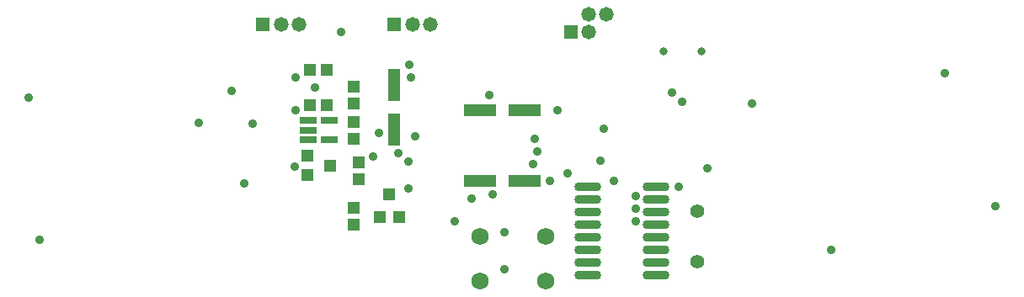
<source format=gbs>
%FSLAX25Y25*%
%MOIN*%
G70*
G01*
G75*
G04 Layer_Color=16711935*
%ADD10C,0.05000*%
%ADD11R,0.03937X0.04331*%
%ADD12R,0.04331X0.03937*%
%ADD13R,0.07874X0.03937*%
%ADD14R,0.00984X0.11811*%
%ADD15R,0.07480X0.07480*%
%ADD16R,0.06890X0.04331*%
%ADD17R,0.06890X0.04331*%
%ADD18R,0.06890X0.13583*%
%ADD19R,0.05906X0.05118*%
%ADD20C,0.06000*%
%ADD21C,0.01969*%
%ADD22C,0.01000*%
%ADD23C,0.01181*%
%ADD24R,0.05000X0.04724*%
%ADD25C,0.02500*%
%ADD26R,0.05000X0.05000*%
%ADD27C,0.04724*%
%ADD28C,0.02756*%
%ADD29R,0.11811X0.03937*%
%ADD30R,0.05709X0.02165*%
%ADD31R,0.05709X0.02165*%
%ADD32R,0.03740X0.03937*%
%ADD33R,0.03937X0.03740*%
%ADD34O,0.09843X0.02756*%
%ADD35R,0.03937X0.11811*%
%ADD36C,0.00984*%
%ADD37C,0.00787*%
%ADD38C,0.00500*%
%ADD39R,0.26000X0.22000*%
%ADD40R,0.22000X0.26000*%
%ADD41C,0.05800*%
%ADD42R,0.04737X0.05131*%
%ADD43R,0.05131X0.04737*%
%ADD44R,0.08674X0.04737*%
%ADD45R,0.01784X0.12611*%
%ADD46R,0.08280X0.08280*%
%ADD47R,0.07690X0.05131*%
%ADD48R,0.07690X0.05131*%
%ADD49R,0.07690X0.14383*%
%ADD50R,0.06706X0.05918*%
%ADD51C,0.06800*%
%ADD52R,0.05800X0.05524*%
%ADD53C,0.03300*%
%ADD54R,0.05800X0.05800*%
%ADD55C,0.05524*%
%ADD56C,0.03556*%
%ADD57R,0.12611X0.04737*%
%ADD58R,0.06509X0.02965*%
%ADD59R,0.06509X0.02965*%
%ADD60R,0.04540X0.04737*%
%ADD61R,0.04737X0.04540*%
%ADD62O,0.10642X0.03556*%
%ADD63R,0.04737X0.12611*%
D41*
X365000Y343000D02*
D03*
X372000Y350000D02*
D03*
X365000D02*
D03*
X250173Y346000D02*
D03*
X243087D02*
D03*
X295087D02*
D03*
X302173D02*
D03*
D42*
X272000Y314654D02*
D03*
Y321346D02*
D03*
X274000Y284654D02*
D03*
Y291346D02*
D03*
X272000Y307346D02*
D03*
Y300654D02*
D03*
Y266654D02*
D03*
Y273346D02*
D03*
D43*
X254654Y314000D02*
D03*
X261346D02*
D03*
X254654Y328000D02*
D03*
X261346D02*
D03*
D51*
X322016Y244087D02*
D03*
Y262000D02*
D03*
X348000D02*
D03*
Y244087D02*
D03*
D52*
X358000Y343000D02*
D03*
D53*
X409480Y335071D02*
D03*
X394520D02*
D03*
D54*
X236000Y346000D02*
D03*
X288000D02*
D03*
D55*
X408000Y272000D02*
D03*
Y252000D02*
D03*
D56*
X352500Y312000D02*
D03*
X412000Y288803D02*
D03*
X401750Y315250D02*
D03*
X143335Y316835D02*
D03*
X228500Y283000D02*
D03*
X232000Y306500D02*
D03*
X293500Y281000D02*
D03*
Y291500D02*
D03*
X210500Y307000D02*
D03*
X267000Y343000D02*
D03*
X249000Y325000D02*
D03*
X256500Y321000D02*
D03*
X147500Y260500D02*
D03*
X282000Y302742D02*
D03*
X279500Y293500D02*
D03*
X249000Y312000D02*
D03*
X289500Y295000D02*
D03*
X296083Y301417D02*
D03*
X248500Y289500D02*
D03*
X223500Y319500D02*
D03*
X325500Y318000D02*
D03*
X371000Y304500D02*
D03*
X344500Y295500D02*
D03*
X526000Y274000D02*
D03*
X343500Y300500D02*
D03*
X331500Y263500D02*
D03*
Y249000D02*
D03*
X429500Y314500D02*
D03*
X318500Y277000D02*
D03*
X506000Y326500D02*
D03*
X294000Y330000D02*
D03*
X461000Y256500D02*
D03*
X375000Y284000D02*
D03*
X356500Y287000D02*
D03*
X343000Y290500D02*
D03*
X312000Y268000D02*
D03*
X327000Y278500D02*
D03*
X349500Y284000D02*
D03*
X294500Y325000D02*
D03*
X369500Y292000D02*
D03*
X383500Y278000D02*
D03*
Y273000D02*
D03*
Y268000D02*
D03*
X398000Y319000D02*
D03*
X400500Y281500D02*
D03*
D57*
X322000Y312000D02*
D03*
X339625D02*
D03*
X322000Y284000D02*
D03*
X339625D02*
D03*
D58*
X262232Y300260D02*
D03*
Y307740D02*
D03*
X253768D02*
D03*
Y304000D02*
D03*
D59*
Y300260D02*
D03*
D60*
X289740Y269571D02*
D03*
X282260D02*
D03*
X286000Y278429D02*
D03*
D61*
X253571Y286260D02*
D03*
Y293740D02*
D03*
X262429Y290000D02*
D03*
D62*
X391583Y281500D02*
D03*
Y276500D02*
D03*
Y271500D02*
D03*
Y266500D02*
D03*
Y261500D02*
D03*
Y256500D02*
D03*
Y251500D02*
D03*
Y246500D02*
D03*
X364417Y281500D02*
D03*
Y276500D02*
D03*
Y271500D02*
D03*
Y266500D02*
D03*
Y261500D02*
D03*
Y256500D02*
D03*
Y251500D02*
D03*
Y246500D02*
D03*
D63*
X288000Y322000D02*
D03*
Y304375D02*
D03*
M02*

</source>
